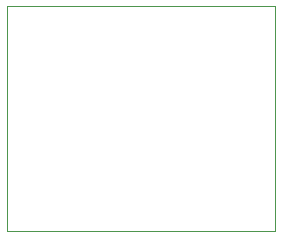
<source format=gbr>
%TF.GenerationSoftware,KiCad,Pcbnew,7.0.1-0*%
%TF.CreationDate,2023-04-11T15:49:42+08:00*%
%TF.ProjectId,firstproject,66697273-7470-4726-9f6a-6563742e6b69,rev?*%
%TF.SameCoordinates,Original*%
%TF.FileFunction,Profile,NP*%
%FSLAX46Y46*%
G04 Gerber Fmt 4.6, Leading zero omitted, Abs format (unit mm)*
G04 Created by KiCad (PCBNEW 7.0.1-0) date 2023-04-11 15:49:42*
%MOMM*%
%LPD*%
G01*
G04 APERTURE LIST*
%TA.AperFunction,Profile*%
%ADD10C,0.100000*%
%TD*%
G04 APERTURE END LIST*
D10*
X117731200Y-83312000D02*
X140411200Y-83312000D01*
X140411200Y-102362000D01*
X117731200Y-102362000D01*
X117731200Y-83312000D01*
M02*

</source>
